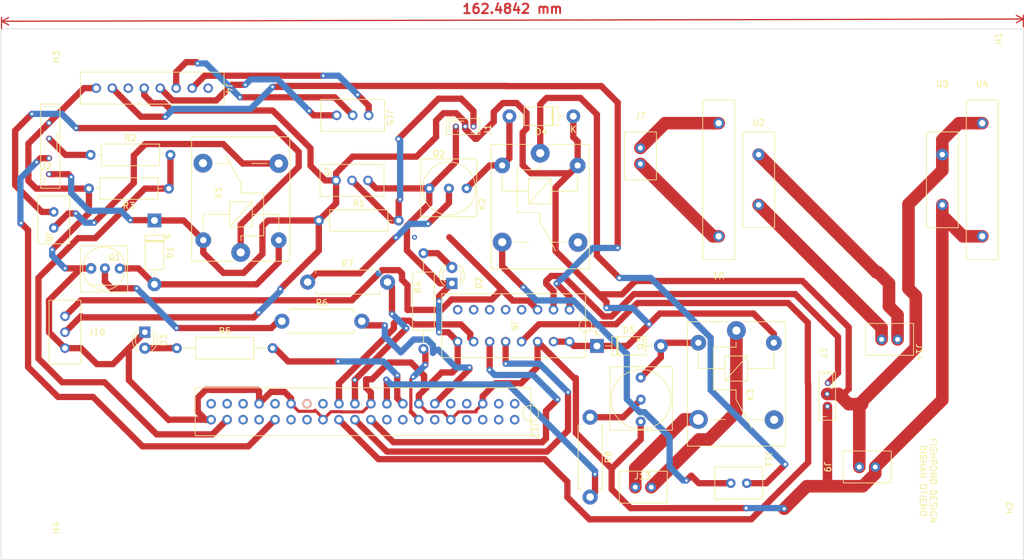
<source format=kicad_pcb>
(kicad_pcb (version 20211014) (generator pcbnew)
  (layers (0 "F.Cu" signal) (31 "B.Cu" power) (34 "B.Paste" user) (35 "F.Paste" user) (36 "B.SilkS" user "B.Silkscreen") (37 "F.SilkS" user "F.Silkscreen") (38 "B.Mask" user) (39 "F.Mask" user) (44 "Edge.Cuts" user))
  (net 0 "")
  (net 1 "+5V")
  (net 2 "Net-(D1-Pad2)")
  (net 3 "GND")
  (net 4 "Net-(D2-Pad2)")
  (net 5 "Net-(D3-Pad2)")
  (net 6 "Net-(D4-Pad2)")
  (net 7 "Net-(D5-Pad2)")
  (net 8 "GPIO04")
  (net 9 "GPIO06")
  (net 10 "Echo_Pin")
  (net 11 "VALUE_DO")
  (net 13 "Net-(J15-Pad1)")
  (net 14 "GPIO24")
  (net 15 "VALUE_PH")
  (net 21 "GPIO08(SPI0_CE0_N)")
  (net 22 "GPIO10(SPI0_MOSI)")
  (net 23 "GPIO9(SPI0_MISO)")
  (net 24 "GPIO11(SPI0_CLK)")
  (net 25 "Net-(J7-Pad1)")
  (net 26 "Net-(J7-Pad2)")
  (net 27 "Net-(J8-Pad1)")
  (net 28 "TDS_MOTORPIN")
  (net 29 "+3V3")
  (net 30 "Net-(J15-Pad2)")
  (net 34 "Net-(J15-Pad3)")
  (net 35 "GPIO27")
  (net 36 "GPIO23")
  (net 43 "GPIO26")
  (net 44 "Net-(J13-Pad1)")
  (net 48 "Net-(J14-Pad1)")
  (net 49 "Net-(J14-Pad2)")
  (net 51 "Net-(J8-Pad2)")
  (net 52 "Net-(J11-Pad2)")
  (net 53 "Net-(J13-Pad2)")
  (net 56 "GPIO18")
  (net 61 "Net-(J4-Pad7)")
  (net 65 "GPIO25")
  (net 68 "Net-(Q1-Pad2)")
  (net 69 "Net-(Q2-Pad2)")
  (net 70 "Net-(Q3-Pad2)")
  (footprint "MountingHole:MountingHole_2.5mm" (layer "F.Cu") (at 70.8936 131.236 -90)
    (fp_text reference "H4")
    (fp_text value "MountingHole")
  )
  (footprint "po_buck_rail:boost_rail" (layer "F.Cu") (at 215.2904 75.8106)
    (fp_text reference "U3")
    (fp_text value "po_booster")
  )
  (footprint "Relay_THT:Relay_SPDT_SANYOU_SRD_Series_Form_C" (layer "F.Cu") (at 103.7336 87.376 90)
    (fp_text reference "K1")
    (fp_text value "SANYOU_SRD_Form_C")
  )
  (footprint "Resistor_THT:R_Axial_DIN0309_L9.0mm_D3.2mm_P12.70mm_Horizontal" (layer "F.Cu") (at 92.3036 77.216 180)
    (fp_text reference "R3")
    (fp_text value "20K")
  )
  (footprint "Package_TO_SOT_THT:TO-92_Inline" (layer "F.Cu") (at 135.1407 77.1906)
    (fp_text reference "Q2")
    (fp_text value "2N3904")
  )
  (footprint "conn_pi3:con3_pin" (layer "F.Cu") (at 121.4374 75.9206 90)
    (fp_text reference "J5")
    (fp_text value "DS18B20")
  )
  (footprint "po_buck_rail:buck_rail" (layer "F.Cu") (at 179.7304 75.8106 180)
    (fp_text reference "U1")
    (fp_text value "po_rail")
  )
  (footprint "Package_TO_SOT_THT:TO-92_Inline" (layer "F.Cu") (at 80.8736 89.916)
    (fp_text reference "Q1")
    (fp_text value "2N3904")
  )
  (footprint "po_buck_rail:boost_rail" (layer "F.Cu") (at 186.0804 75.8106)
    (fp_text reference "U2")
    (fp_text value "po_booster")
  )
  (footprint "LED_THT:LED_D3.0mm" (layer "F.Cu") (at 88.4936 100.076 -90)
    (fp_text reference "D3")
    (fp_text value "LED")
  )
  (footprint "po_buck_rail:buck_rail" (layer "F.Cu") (at 221.6404 75.8106)
    (fp_text reference "U4")
    (fp_text value "po_rail")
  )
  (footprint "conn_pi3:conn_pi3_40pin" (layer "F.Cu") (at 134.5946 113.9952 -90)
    (fp_text reference "J12")
    (fp_text value "Conn_02x20_Odd_Even_MountingPin")
  )
  (footprint "Resistor_THT:R_Axial_DIN0309_L9.0mm_D3.2mm_P15.24mm_Horizontal" (layer "F.Cu") (at 93.5736 102.616)
    (fp_text reference "R5")
    (fp_text value "R")
  )
  (footprint "conn_pi3:con2_pin" (layer "F.Cu") (at 179.1142 124.1044 -90)
    (fp_text reference "J11")
    (fp_text value "Screw_Terminal_01x02")
  )
  (footprint "Resistor_THT:R_Axial_DIN0309_L9.0mm_D3.2mm_P12.70mm_Horizontal" (layer "F.Cu") (at 116.1542 82.296)
    (fp_text reference "R1")
    (fp_text value "10K")
  )
  (footprint "conn_pi3:con3_pin" (layer "F.Cu") (at 75.7936 100.076)
    (fp_text reference "J10")
    (fp_text value "pH sensor block")
  )
  (footprint "Relay_THT:Relay_SPDT_SANYOU_SRD_Series_Form_C" (layer "F.Cu") (at 182.5498 99.8056 -90)
    (fp_text reference "K3")
    (fp_text value "SANYOU_SRD_Form_C")
  )
  (footprint "MountingHole:MountingHole_2.5mm" (layer "F.Cu") (at 221.5896 56.236 -90)
    (fp_text reference "H1")
    (fp_text value "MountingHole")
  )
  (footprint "conn_pi3:con2_pin" (layer "F.Cu") (at 203.0918 101.219 -90)
    (fp_text reference "J14")
    (fp_text value "Conn_01x02")
  )
  (footprint "Resistor_THT:R_Axial_DIN0411_L9.9mm_D3.6mm_P12.70mm_Horizontal" (layer "F.Cu") (at 110.2868 98.3234)
    (fp_text reference "R6")
    (fp_text value "R")
  )
  (footprint "conn_pi3:con2_pin" (layer "F.Cu") (at 167.2844 75.8256)
    (fp_text reference "J7")
    (fp_text value "Screw_Terminal_01x02")
  )
  (footprint "conn_pi3:mcp3008_16" (layer "F.Cu") (at 148.3948 99.0346 -90)
    (fp_text reference "J6")
    (fp_text value "MCP_CONNECTOR")
  )
  (footprint "Connector_PinSocket_1.00mm:PinSocket_1x03_P1.00mm_Vertical" (layer "F.Cu") (at 196.7738 109.4994 180)
    (fp_text reference "J3")
    (fp_text value "Conn_01x03")
  )
  (footprint "conn_pi3:con2_pin" (layer "F.Cu") (at 163.9316 124.7394 -90)
    (fp_text reference "J13")
    (fp_text value "Screw_Terminal_01x02")
  )
  (footprint "Diode_THT:D_DO-41_SOD81_P10.16mm_Horizontal" (layer "F.Cu") (at 160.3756 102.2604)
    (fp_text reference "D5")
    (fp_text value "1N4001")
  )
  (footprint "conn_pi3:TDS_FOOT" (layer "F.Cu") (at 88.3936 61.236 -90)
    (fp_text reference "J4")
    (fp_text value "Screw_Terminal_01x08")
  )
  (footprint "Diode_THT:D_DO-41_SOD81_P10.16mm_Horizontal" (layer "F.Cu") (at 156.6164 65.7098 180)
    (fp_text reference "D4")
    (fp_text value "1N4001")
  )
  (footprint "Relay_THT:Relay_SPDT_SANYOU_SRD_Series_Form_C" (layer "F.Cu") (at 151.3586 71.5862 -90)
    (fp_text reference "K2")
    (fp_text value "SANYOU_SRD_Form_C")
  )
  (footprint "Resistor_THT:R_Axial_DIN0411_L9.9mm_D3.6mm_P12.70mm_Horizontal" (layer "F.Cu") (at 159.293057 113.604542 -90)
    (fp_text reference "R8")
    (fp_text value "R")
  )
  (footprint "Connector_PinSocket_1.00mm:PinSocket_1x03_P1.00mm_Vertical" (layer "F.Cu") (at 139.7254 67.5894 -90)
    (fp_text reference "J1")
    (fp_text value "DS18B20")
  )
  (footprint "Resistor_THT:R_Axial_DIN0411_L9.9mm_D3.6mm_P12.70mm_Horizontal" (layer "F.Cu") (at 114.3762 92.1004)
    (fp_text reference "R7")
    (fp_text value "R")
  )
  (footprint "conn_pi3:con3_pin" (layer "F.Cu") (at 121.539 65.5574 -90)
    (fp_text reference "J15")
    (fp_text value "Screw_Terminal_01x03")
  )
  (footprint "LED_THT:LED_D3.0mm" (layer "F.Cu") (at 137.3124 92.3036 90)
    (fp_text reference "D2")
    (fp_text value "LED")
  )
  (footprint "Package_TO_SOT_THT:TO-92_Inline" (layer "F.Cu") (at 167.3606 112.0648 90)
    (fp_text reference "Q3")
    (fp_text value "2N3904")
  )
  (footprint "Resistor_THT:R_Axial_DIN0309_L9.0mm_D3.2mm_P15.24mm_Horizontal" (layer "F.Cu") (at 132.7912 87.503 -90)
    (fp_text reference "R4")
    (fp_text value "R")
  )
  (footprint "conn_pi3:con2_pin" (layer "F.Cu") (at 74.0156 86.011)
    (fp_text reference "J8")
    (fp_text value "Screw_Terminal_01x02")
  )
  (footprint "Resistor_THT:R_Axial_DIN0309_L9.0mm_D3.2mm_P12.70mm_Horizontal" (layer "F.Cu") (at 79.8576 71.8566)
    (fp_text reference "R2")
    (fp_text value "10K")
  )
  (footprint "Diode_THT:D_DO-41_SOD81_P10.16mm_Horizontal" (layer "F.Cu") (at 90.0176 82.296 -90)
    (fp_text reference "D1")
    (fp_text value "1N4001")
  )
  (footprint "Connector_PinSocket_1.00mm:PinSocket_1x04_P1.00mm_Vertical" (layer "F.Cu") (at 73.2536 72.136 180)
    (fp_text reference "J2")
    (fp_text value "Ultra_Conn")
  )
  (footprint "conn_pi3:con2_pin" (layer "F.Cu") (at 207.169 121.5136 90)
    (fp_text reference "J9")
    (fp_text value "Screw_Terminal_01x02")
  )
  (footprint "MountingHole:MountingHole_2.5mm" (layer "F.Cu") (at 70.8936 56.236 -90)
    (fp_text reference "H3")
    (fp_text value "MountingHole")
  )
  (footprint "MountingHole:MountingHole_2.5mm" (layer "F.Cu") (at 222.5294 128.016 -90)
    (fp_text reference "H2")
    (fp_text value "MountingHole")
  )
  (gr_rect (start 228.1936 51.816) (end 65.6336 136.236) (layer "Edge.Cuts") (width 0.1) (fill none))
  (gr_text "FISHPOND DESIGN\nDISHAN OTIENO" (at 213.0298 123.698 -90) (layer "F.SilkS") (effects (font (size 1 1))))
  (dimension (type aligned) (layer "F.Cu") (pts (xy 65.7098 52.3494) (xy 228.1936 51.9938)) (height -1.7611) (gr_text "162.4842 mm" (at 146.943907 48.610508 0.1253930956) (layer "F.Cu") (effects (font (size 1.5 1.5) (thickness 0.3)))) (format (units 3) (units_format 1) (precision 4)) (style (thickness 0.2) (arrow_length 1.27) (text_position_mode 0) (extension_height 0.58642) (extension_offset 0.5) keep_text_aligned))
  (segment (start 89.662 63.627) (end 91.567 63.627) (width 1) (layer "F.Cu") (net 1))
  (segment (start 149.1742 65.1764) (end 149.1742 67.691) (width 1) (layer "F.Cu") (net 1))
  (segment (start 157.3086 69.7294) (end 157.3086 73.5362) (width 1) (layer "F.Cu") (net 1))
  (segment (start 117.1702 75.9206) (end 118.8974 75.9206) (width 1) (layer "F.Cu") (net 1))
  (segment (start 121.5136 72.136) (end 118.8974 74.7522) (width 1) (layer "F.Cu") (net 1))
  (segment (start 143.9672 65.0494) (end 145.415 63.6016) (width 1) (layer "F.Cu") (net 1))
  (segment (start 78.5114 97.7138) (end 105.8164 97.7138) (width 1) (layer "F.Cu") (net 1))
  (segment (start 88.3936 62.3586) (end 89.662 63.627) (width 1) (layer "F.Cu") (net 1))
  (segment (start 89.9668 82.2452) (end 90.0176 82.296) (width 1) (layer "F.Cu") (net 1))
  (segment (start 160.3756 102.2604) (end 156.7006 102.2604) (width 1) (layer "F.Cu") (net 1))
  (segment (start 165.2016 102.2604) (end 170.3578 97.1042) (width 1) (layer "F.Cu") (net 1))
  (segment (start 165.2016 102.2604) (end 168.656 98.806) (width 1) (layer "F.Cu") (net 1))
  (segment (start 116.1542 82.296) (end 116.1542 87.0966) (width 1) (layer "F.Cu") (net 1))
  (segment (start 141.2494 69.2912) (end 143.9672 66.5734) (width 1) (layer "F.Cu") (net 1))
  (segment (start 202.089 111.5248) (end 202.5462 111.5248) (width 2) (layer "F.Cu") (net 1))
  (segment (start 118.8974 79.5528) (end 116.1542 82.296) (width 1) (layer "F.Cu") (net 1))
  (segment (start 135.9662 65.2272) (end 134.7978 66.3956) (width 1) (layer "F.Cu") (net 1))
  (segment (start 78.3336 97.536) (end 78.5114 97.7138) (width 1) (layer "F.Cu") (net 1))
  (segment (start 149.1742 67.691) (end 148.5646 68.3006) (width 1) (layer "F.Cu") (net 1))
  (segment (start 202.089 111.5248) (end 211.074 102.5398) (width 2) (layer "F.Cu") (net 1))
  (segment (start 139.4206 67.3354) (end 139.4206 66.6496) (width 1) (layer "F.Cu") (net 1))
  (segment (start 157.3086 73.5362) (end 153.797 77.0478) (width 1) (layer "F.Cu") (net 1))
  (segment (start 149.868599 74.786199) (end 156.058601 74.786199) (width 1) (layer "F.Cu") (net 1))
  (segment (start 161.8996 95.25) (end 160.6931 94.0435) (width 1) (layer "F.Cu") (net 1))
  (segment (start 108.8136 64.7954) (end 114.8334 70.8152) (width 1) (layer "F.Cu") (net 1))
  (segment (start 160.3756 102.2604) (end 165.2016 102.2604) (width 1) (layer "F.Cu") (net 1))
  (segment (start 86.1822 82.2452) (end 89.9668 82.2452) (width 1) (layer "F.Cu") (net 1))
  (segment (start 91.567 63.627) (end 92.7354 64.7954) (width 1) (layer "F.Cu") (net 1))
  (segment (start 92.7354 64.7954) (end 108.8136 64.7954) (width 1) (layer "F.Cu") (net 1))
  (segment (start 118.8974 74.7522) (end 118.8974 75.9206) (width 1) (layer "F.Cu") (net 1))
  (segment (start 156.6164 69.0372) (end 157.3086 69.7294) (width 1) (layer "F.Cu") (net 1))
  (segment (start 107.188 87.63) (end 104.1908 90.6272) (width 1) (layer "F.Cu") (net 1))
  (segment (start 200.406 109.1184) (end 200.406 99.2886) (width 1) (layer "F.Cu") (net 1))
  (segment (start 105.8164 97.7138) (end 106.6038 96.9264) (width 1) (layer "F.Cu") (net 1))
  (segment (start 75.7936 100.076) (end 78.3336 97.536) (width 1) (layer "F.Cu") (net 1))
  (segment (start 209.9056 93.1418) (end 209.9056 79.7052) (width 2) (layer "F.Cu") (net 1))
  (segment (start 156.6164 65.7098) (end 156.6164 69.0372) (width 1) (layer "F.Cu") (net 1))
  (segment (start 116.1542 82.296) (end 108.077 82.296) (width 1) (layer "F.Cu") (net 1))
  (segment (start 97.7836 85.426) (end 97.7836 87.4204) (width 1) (layer "F.Cu") (net 1))
  (segment (start 215.2904 74.3204) (end 215.2904 71.8106) (width 2) (layer "F.Cu") (net 1))
  (segment (start 200.3994 111.5248) (end 198.7804 109.9058) (width 2) (layer "F.Cu") (net 1))
  (segment (start 153.797 77.0478) (end 153.797 87.1474) (width 1) (layer "F.Cu") (net 1))
  (segment (start 215.2904 69.4606) (end 217.9404 66.8106) (width 2) (layer "F.Cu") (net 1))
  (segment (start 148.5646 68.3006) (end 148.5646 73.4822) (width 1) (layer "F.Cu") (net 1))
  (segment (start 188.4998 100.3364) (end 188.4998 101.7556) (width 1) (layer "F.Cu") (net 1))
  (segment (start 107.188 83.185) (end 107.188 87.63) (width 1) (layer "F.Cu") (net 1))
  (segment (start 148.5646 73.4822) (end 149.868599 74.786199) (width 1) (layer "F.Cu") (net 1))
  (segment (start 199.1995 110.3249) (end 200.406 109.1184) (width 1) (layer "F.Cu") (net 1))
  (segment (start 217.9404 66.8106) (end 221.6404 66.8106) (width 2) (layer "F.Cu") (net 1))
  (segment (start 139.4206 67.710977) (end 141.000823 69.2912) (width 1) (layer "F.Cu") (net 1))
  (segment (start 153.4748 101.5746) (end 156.0148 101.5746) (width 1) (layer "F.Cu") (net 1))
  (segment (start 193.04 91.9226) (end 166.4716 91.9226) (width 1) (layer "F.Cu") (net 1))
  (segment (start 211.074 102.5398) (end 211.074 94.3102) (width 2) (layer "F.Cu") (net 1))
  (segment (start 164.3507 94.0435) (end 160.6931 94.0435) (width 1) (layer "F.Cu") (net 1))
  (segment (start 134.7978 69.0118) (end 131.6736 72.136) (width 1) (layer "F.Cu") (net 1))
  (segment (start 118.8974 75.9206) (end 118.8974 79.5528) (width 1) (layer "F.Cu") (net 1))
  (segment (start 100.9904 90.6272) (end 104.1908 90.6272) (width 1) (layer "F.Cu") (net 1))
  (segment (start 198.7804 109.9058) (end 199.1995 110.3249) (width 1) (layer "F.Cu") (net 1))
  (segment (start 211.074 94.3102) (end 209.9056 93.1418) (width 2) (layer "F.Cu") (net 1))
  (segment (start 94.6536 82.296) (end 97.7836 85.426) (width 1) (layer "F.Cu") (net 1))
  (segment (start 97.7836 87.4204) (end 100.9904 90.6272) (width 1) (layer "F.Cu") (net 1))
  (segment (start 134.7978 66.3956) (end 134.7978 69.0118) (width 1) (layer "F.Cu") (net 1))
  (segment (start 137.9982 65.2272) (end 135.9662 65.2272) (width 1) (layer "F.Cu") (net 1))
  (segment (start 185.2676 97.1042) (end 188.4998 100.3364) (width 1) (layer "F.Cu") (net 1))
  (segment (start 141.000823 69.2912) (end 141.2494 69.2912) (width 1) (layer "F.Cu") (net 1))
  (segment (start 114.8334 73.5838) (end 117.1702 75.9206) (width 1) (layer "F.Cu") (net 1))
  (segment (start 145.415 63.6016) (end 147.5994 63.6016) (width 1) (layer "F.Cu") (net 1))
  (segment (start 161.8996 96.2152) (end 161.8996 95.25) (width 1) (layer "F.Cu") (net 1))
  (segment (start 116.1542 87.0966) (end 110.0328 93.218) (width 1) (layer "F.Cu") (net 1))
  (segment (start 215.2904 71.8106) (end 215.2904 69.4606) (width 2) (layer "F.Cu") (net 1))
  (segment (start 139.4206 66.6496) (end 137.9982 65.2272) (width 1) (layer "F.Cu") (net 1))
  (segment (start 76.327 74.93) (end 76.7842 75.3872) (width 1) (layer "F.Cu") (net 1))
  (segment (start 156.7006 102.2604) (end 156.0148 101.5746) (width 1) (layer "F.Cu") (net 1))
  (segment (start 147.5994 63.6016) (end 149.1742 65.1764) (width 1) (layer "F.Cu") (net 1))
  (segment (start 196.977 109.9058) (end 198.7804 109.9058) (width 2) (layer "F.Cu") (net 1))
  (segment (start 202.089 111.5248) (end 202.089 121.5136) (width 2) (layer "F.Cu") (net 1))
  (segment (start 202.089 111.5248) (end 200.3994 111.5248) (width 2) (layer "F.Cu") (net 1))
  (segment (start 143.9672 66.5734) (end 143.9672 65.0494) (width 1) (layer "F.Cu") (net 1))
  (segment (start 156.058601 74.786199) (end 157.3086 73.5362) (width 1) (layer "F.Cu") (net 1))
  (segment (start 131.6736 72.136) (end 121.5136 72.136) (width 1) (layer "F.Cu") (net 1))
  (segment (start 170.3578 97.1042) (end 185.2676 97.1042) (width 1) (layer "F.Cu") (net 1))
  (segment (start 166.4716 91.9226) (end 164.3507 94.0435) (width 1) (layer "F.Cu") (net 1))
  (segment (start 90.0176 82.296) (end 94.6536 82.296) (width 1) (layer "F.Cu") (net 1))
  (segment (start 200.406 99.2886) (end 193.04 91.9226) (width 1) (layer "F.Cu") (net 1))
  (segment (start 139.4206 67.3354) (end 139.4206 67.710977) (width 1) (layer "F.Cu") (net 1))
  (segment (start 160.6931 94.0435) (end 155.0543 88.4047) (width 1) (layer "F.Cu") (net 1))
  (segment (start 114.8334 70.8152) (end 114.8334 72.517) (width 1) (layer "F.Cu") (net 1))
  (segment (start 88.3936 61.236) (end 88.3936 62.3586) (width 1) (layer "F.Cu") (net 1))
  (segment (start 73.2536 74.93) (end 76.327 74.93) (width 1) (layer "F.Cu") (net 1))
  (segment (start 209.9056 79.7052) (end 215.2904 74.3204) (width 2) (layer "F.Cu") (net 1))
  (segment (start 114.8334 72.517) (end 114.8334 73.5838) (width 1) (layer "F.Cu") (net 1))
  (segment (start 108.077 82.296) (end 107.188 83.185) (width 1) (layer "F.Cu") (net 1))
  (segment (start 153.797 87.1474) (end 155.0543 88.4047) (width 1) (layer "F.Cu") (net 1))
  (via (at 168.656 98.806) (size 1) (drill 0.5) (layers "F.Cu" "B.Cu") (net 1))
  (via (at 76.7842 75.3872) (size 0.8) (drill 0.4) (layers "F.Cu" "B.Cu") (net 1))
  (via (at 86.1822 82.2452) (size 0.8) (drill 0.4) (layers "F.Cu" "B.Cu") (net 1))
  (via (at 110.0328 93.218) (size 0.8) (drill 0.4) (layers "F.Cu" "B.Cu") (net 1))
  (via (at 106.6038 96.9264) (size 0.8) (drill 0.4) (layers "F.Cu" "B.Cu") (net 1))
  (via (at 161.8996 96.2152) (size 1) (drill 0.5) (layers "F.Cu" "B.Cu") (net 1))
  (segment (start 168.656 98.806) (end 166.0652 96.2152) (width 1) (layer "B.Cu") (net 1))
  (segment (start 76.7842 75.3872) (end 76.7842 77.9272) (width 1) (layer "B.Cu") (net 1))
  (segment (start 166.0652 96.2152) (end 161.8996 96.2152) (width 1) (layer "B.Cu") (net 1))
  (segment (start 110.0328 93.4974) (end 106.6038 96.9264) (width 1) (layer "B.Cu") (net 1))
  (segment (start 84.6836 80.7466) (end 86.1822 82.2452) (width 1) (layer "B.Cu") (net 1))
  (segment (start 76.7842 77.9272) (end 79.6036 80.7466) (width 1) (layer "B.Cu") (net 1))
  (segment (start 79.6036 80.7466) (end 84.6836 80.7466) (width 1) (layer "B.Cu") (net 1))
  (segment (start 110.0328 93.218) (end 110.0328 93.4974) (width 1) (layer "B.Cu") (net 1))
  (segment (start 90.0176 92.456) (end 106.2736 92.456) (width 1) (layer "F.Cu") (net 2))
  (segment (start 85.9282 89.9414) (end 85.9536 89.916) (width 1) (layer "F.Cu") (net 2))
  (segment (start 84.5058 89.9414) (end 85.9282 89.9414) (width 1) (layer "F.Cu") (net 2))
  (segment (start 106.2736 92.456) (end 109.7836 88.946) (width 1) (layer "F.Cu") (net 2))
  (segment (start 87.4776 89.916) (end 90.0176 92.456) (width 1) (layer "F.Cu") (net 2))
  (segment (start 85.9536 89.916) (end 87.4776 89.916) (width 1) (layer "F.Cu") (net 2))
  (segment (start 109.7836 88.946) (end 109.7836 85.426) (width 1) (layer "F.Cu") (net 2))
  (segment (start 142.2146 111.4552) (end 142.2146 110.2614) (width 1) (layer "F.Cu") (net 3))
  (segment (start 123.1392 112.7506) (end 124.4346 111.4552) (width 0.5) (layer "F.Cu") (net 3))
  (segment (start 106.6546 111.4552) (end 106.6546 109.4486) (width 1) (layer "F.Cu") (net 3))
  (segment (start 106.6546 109.4486) (end 106.4514 109.2454) (width 1) (layer "F.Cu") (net 3))
  (segment (start 136.098911 112.959511) (end 136.098911 112.776) (width 0.4) (layer "F.Cu") (net 3))
  (segment (start 78.3336 89.916) (end 79.9338 89.916) (width 1) (layer "F.Cu") (net 3))
  (segment (start 193.7258 124.587) (end 190.1444 128.1684) (width 2) (layer "F.Cu") (net 3))
  (segment (start 133.7183 77.1906) (end 125.2474 77.1906) (width 1) (layer "F.Cu") (net 3))
  (segment (start 204.629 121.5136) (end 204.629 122.59123) (width 2) (layer "F.Cu") (net 3))
  (segment (start 215.2904 110.8522) (end 204.629 121.5136) (width 2) (layer "F.Cu") (net 3))
  (segment (start 98.5266 113.9952) (end 99.0346 113.9952) (width 1) (layer "F.Cu") (net 3))
  (segment (start 125.2474 77.1906) (end 123.9774 75.9206) (width 1) (layer "F.Cu") (net 3))
  (segment (start 148.3106 108.204) (end 150.9348 105.5798) (width 1) (layer "F.Cu") (net 3))
  (segment (start 156.726 107.3658) (end 150.9348 101.5746) (width 1) (layer "F.Cu") (net 3))
  (segment (start 83.4136 105.156) (end 85.9536 102.616) (width 1) (layer "F.Cu") (net 3))
  (segment (start 133.2738 108.8898) (end 132.0546 110.109) (width 1) (layer "F.Cu") (net 3))
  (segment (start 130.16928 87.06048) (end 130.16928 83.16532) (width 1) (layer "F.Cu") (net 3))
  (segment (start 73.2536 94.996) (end 78.3336 89.916) (width 1) (layer "F.Cu") (net 3))
  (segment (start 132.8928 106.9848) (end 130.81 104.902) (width 1) (layer "F.Cu") (net 3))
  (segment (start 117.963311 112.846489) (end 116.8146 113.9952) (width 0.5) (layer "F.Cu") (net 3))
  (segment (start 132.0546 110.109) (end 132.0546 111.4552) (width 1) (layer "F.Cu") (net 3))
  (segment (start 119.7356 112.7506) (end 123.1392 112.7506) (width 0.5) (layer "F.Cu") (net 3))
  (segment (start 197.0278 111.887) (end 197.0278 123.4948) (width 1.5) (layer "F.Cu") (net 3))
  (segment (start 133.7183 79.6163) (end 133.7183 77.1906) (width 1) (layer "F.Cu") (net 3))
  (segment (start 215.2904 79.8106) (end 215.2904 81.5256) (width 1) (layer "F.Cu") (net 3))
  (segment (start 137.1346 113.9952) (end 138.3792 112.7506) (width 0.5) (layer "F.Cu") (net 3))
  (segment (start 215.2904 79.8106) (end 215.2904 110.8522) (width 2) (layer "F.Cu") (net 3))
  (segment (start 112.946111 112.666711) (end 111.7346 111.4552) (width 0.5) (layer "F.Cu") (net 3))
  (segment (start 136.7362 100.076) (end 138.2348 101.5746) (width 1) (layer "F.Cu") (net 3))
  (segment (start 197.0278 123.4948) (end 198.12 124.587) (width 1) (layer "F.Cu") (net 3))
  (segment (start 136.098911 112.776) (end 136.073511 112.7506) (width 0.5) (layer "F.Cu") (net 3))
  (segment (start 167.3352 117.1448) (end 162.7124 121.7676) (width 1) (layer "F.Cu") (net 3))
  (segment (start 141.1732 112.7506) (end 141.1732 112.4966) (width 0.5) (layer "F.Cu") (net 3))
  (segment (start 78.7942 61.236) (end 73.2536 66.7766) (width 1) (layer "F.Cu") (net 3))
  (segment (start 141.1732 112.4966) (end 142.2146 111.4552) (width 0.5) (layer "F.Cu") (net 3))
  (segment (start 85.9536 102.616) (end 85.9536 107.696) (width 1) (layer "F.Cu") (net 3))
  (segment (start 80.8736 105.156) (end 83.4136 105.156) (width 1) (layer "F.Cu") (net 3))
  (segment (start 130.81 104.902) (end 127.273978 104.902) (width 1) (layer "F.Cu") (net 3))
  (segment (start 142.2146 110.2614) (end 144.272 108.204) (width 1) (layer "F.Cu") (net 3))
  (segment (start 117.1194 114.046) (end 115.57 112.4966) (width 0.5) (layer "F.Cu") (net 3))
  (segment (start 98.171 113.9952) (end 98.5266 113.9952) (width 1) (layer "F.Cu") (net 3))
  (segment (start 115.399889 112.666711) (end 112.946111 112.666711) (width 0.5) (layer "F.Cu") (net 3))
  (segment (start 137.9474 67.3354) (end 137.9474 72.9615) (width 1) (layer "F.Cu") (net 3))
  (segment (start 132.3594 111.1504) (end 132.0546 111.4552) (width 0.7) (layer "F.Cu") (net 3))
  (segment (start 75.7936 89.916) (end 79.9338 89.916) (width 1) (layer "F.Cu") (net 3))
  (segment (start 162.7124 125.0696) (end 165.7096 128.0668) (width 1) (layer "F.Cu") (net 3))
  (segment (start 135.2804 94.3356) (end 135.2804 95.1484) (width 1) (layer "F.Cu") (net 3))
  (segment (start 133.35 112.7506) (end 132.0546 111.4552) (width 0.5) (layer "F.Cu") (net 3))
  (segment (start 165.7096 128.0668) (end 184.0992 128.0668) (width 1) (layer "F.Cu") (net 3))
  (segment (start 218.5754 84.8106) (end 221.6404 84.8106) (width 2) (layer "F.Cu") (net 3))
  (segment (start 123.6726 107.569) (end 123.6726 108.9152) (width 1) (layer "F.Cu") (net 3))
  (segment (start 79.6036 77.216) (end 71.2216 77.216) (width 1) (layer "F.Cu") (net 3))
  (segment (start 137.9474 72.9615) (end 133.7183 77.1906) (width 1) (layer "F.Cu") (net 3))
  (segment (start 137.3124 92.3036) (end 135.4124 92.3036) (width 1) (layer "F.Cu") (net 3))
  (segment (start 124.606978 107.569) (end 123.6726 107.569) (width 1) (layer "F.Cu") (net 3))
  (segment (start 202.63323 124.587) (end 198.12 124.587) (width 2) (layer "F.Cu") (net 3))
  (segment (start 92.3544 113.9952) (end 98.5266 113.9952) (width 1) (layer "F.Cu") (net 3))
  (segment (start 137.1346 113.9952) (end 136.098911 112.959511) (width 0.5) (layer "F.Cu") (net 3))
  (segment (start 104.4956 109.2454) (end 98.171 109.2454) (width 1) (layer "F.Cu") (net 3))
  (segment (start 78.3336 102.616) (end 80.8736 105.156) (width 1) (layer "F.Cu") (net 3))
  (segment (start 135.4124 92.3036) (end 130.16928 87.06048) (width 1) (layer "F.Cu") (net 3))
  (segment (start 71.2216 77.216) (end 69.977 75.9714) (width 1) (layer "F.Cu") (net 3))
  (segment (start 75.7936 102.616) (end 73.2536 100.076) (width 1) (layer "F.Cu") (net 3))
  (segment (start 96.901 112.7252) (end 96.901 110.5154) (width 1) (layer "F.Cu") (net 3))
  (segment (start 123.6726 108.9152) (end 124.4346 109.6772) (width 1) (layer "F.Cu") (net 3))
  (segment (start 132.8928 108.5088) (end 132.8928 106.9848) (width 1) (layer "F.Cu") (net 3))
  (segment (start 157.0228 107.3658) (end 156.726 107.3658) (width 1) (layer "F.Cu") (net 3))
  (segment (start 96.901 112.7252) (end 98.171 113.9952) (width 1) (layer "F.Cu") (net 3))
  (segment (start 79.6036 77.216) (end 79.6036 81.1022) (width 1) (layer "F.Cu") (net 3))
  (segment (start 137.38288 106.48252) (end 135.68108 106.48252) (width 1) (layer "F.Cu") (net 3))
  (segment (start 115.57 112.4966) (end 115.399889 112.666711) (width 0.5) (layer "F.Cu") (net 3))
  (segment (start 144.272 108.204) (end 148.3106 108.204) (width 1) (layer "F.Cu") (net 3))
  (segment (start 110.7186 109.5756) (end 111.7346 110.5916) (width 1) (layer "F.Cu") (net 3))
  (segment (start 85.9536 107.696) (end 92.3036 114.046) (width 1) (layer "F.Cu") (net 3))
  (segment (start 92.3036 114.046) (end 92.3544 113.9952) (width 1) (layer "F.Cu") (net 3))
  (segment (start 135.68108 106.48252) (end 133.2738 108.8898) (width 1) (layer "F.Cu") (net 3))
  (segment (start 119.7102 112.7252) (end 118.0846 112.7252) (width 0.5) (layer "F.Cu") (net 3))
  (segment (start 73.2536 100.076) (end 73.2536 94.996) (width 1) (layer "F.Cu") (net 3))
  (segment (start 111.7346 110.5916) (end 111.7346 111.4552) (width 1) (layer "F.Cu") (net 3))
  (segment (start 108.5342 109.5756) (end 110.7186 109.5756) (width 1) (layer "F.Cu") (net 3))
  (segment (start 137.3124 92.3036) (end 135.2804 94.3356) (width 1) (layer "F.Cu") (net 3))
  (segment (start 69.977 70.0532) (end 73.2536 66.7766) (width 1) (layer "F.Cu") (net 3))
  (segment (start 162.7124 121.7676) (end 162.687 121.7676) (width 1) (layer "F.Cu") (net 3))
  (segment (start 135.2804 100.076) (end 136.7362 100.076) (width 1) (layer "F.Cu") (net 3))
  (segment (start 150.9348 105.5798) (end 150.9348 101.5746) (width 1) (layer "F.Cu") (net 3))
  (segment (start 127.273978 104.902) (end 124.606978 107.569) (width 1) (layer "F.Cu") (net 3))
  (segment (start 136.073511 112.7506) (end 133.35 112.7506) (width 0.5) (layer "F.Cu") (net 3))
  (segment (start 96.901 110.5154) (end 98.171 109.2454) (width 1) (layer "F.Cu") (net 3))
  (segment (start 157.0228 116.1034) (end 157.0228 107.3658) (width 1) (layer "F.Cu") (net 3))
  (segment (start 80.7736 61.236) (end 78.7942 61.236) (width 1) (layer "F.Cu") (net 3))
  (segment (start 198.12 124.587) (end 193.7258 124.587) (width 2) (layer "F.Cu") (net 3))
  (segment (start 69.977 75.9714) (end 69.977 70.0532) (width 1) (layer "F.Cu") (net 3))
  (segment (start 138.3792 112.7506) (end 141.1732 112.7506) (width 0.5) (layer "F.Cu") (net 3))
  (segment (start 130.16928 83.16532) (end 133.7183 79.6163) (width 1) (layer "F.Cu") (net 3))
  (segment (start 133.2738 108.8898) (end 132.8928 108.5088) (width 1) (layer "F.Cu") (net 3))
  (segment (start 85.9536 102.616) (end 88.4936 100.076) (width 1) (layer "F.Cu") (net 3))
  (segment (start 75.7936 102.616) (end 78.3336 102.616) (width 1) (layer "F.Cu") (net 3))
  (segment (start 162.687 121.7676) (end 157.0228 116.1034) (width 1) (layer "F.Cu") (net 3))
  (segment (start 138.2348 105.6306) (end 137.38288 106.48252) (width 1) (layer "F.Cu") (net 3))
  (segment (start 99.17751 109.2454) (end 104.4956 109.2454) (width 1) (layer "F.Cu") (net 3))
  (segment (start 124.4346 109.6772) (end 124.4346 111.4552) (width 1) (layer "F.Cu") (net 3))
  (segment (start 79.6036 81.1022) (end 73.7616 86.9442) (width 1) (layer "F.Cu") (net 3))
  (segment (start 167.3352 114.3) (end 167.3352 117.1448) (width 1) (layer "F.Cu") (net 3))
  (segment (start 215.2904 81.5256) (end 218.5754 84.8106) (width 2) (layer "F.Cu") (net 3))
  (segment (start 106.4514 109.2454) (end 104.4956 109.2454) (width 1) (layer "F.Cu") (net 3))
  (segment (start 162.7124 121.7676) (end 162.7124 125.0696) (width 1) (layer "F.Cu") (net 3))
  (segment (start 118.0846 112.7252) (end 117.963311 112.846489) (width 0.3) (layer "F.Cu") (net 3))
  (segment (start 138.2348 101.5746) (end 138.2348 105.6306) (width 1) (layer "F.Cu") (net 3))
  (segment (start 204.629 122.59123) (end 202.63323 124.587) (width 2) (layer "F.Cu") (net 3))
  (segment (start 106.6546 111.4552) (end 108.5342 109.5756) (width 1) (layer "F.Cu") (net 3))
  (via (at 184.0992 128.0668) (size 1) (drill 0.5) (layers "F.Cu" "B.Cu") (net 3))
  (via (at 135.2804 95.1484) (size 1) (drill 0.5) (layers "F.Cu" "B.Cu") (net 3))
  (via (at 190.1444 128.1684) (size 1) (drill 0.5) (layers "F.Cu" "B.Cu") (net 3))
  (via (at 135.2804 100.076) (size 1) (drill 0.5) (layers "F.Cu" "B.Cu") (net 3))
  (via (at 73.7616 86.9442) (size 0.8) (drill 0.4) (layers "F.Cu" "B.Cu") (net 3))
  (via (at 75.7936 89.916) (size 0.8) (drill 0.4) (layers "F.Cu" "B.Cu") (net 3))
  (segment (start 73.7616 86.9442) (end 73.7616 87.884) (width 1) (layer "B.Cu") (net 3))
  (segment (start 190.0428 128.0668) (end 190.1444 128.1684) (width 1) (layer "B.Cu") (net 3))
  (segment (start 73.7616 87.884) (end 75.7936 89.916) (width 1) (layer "B.Cu") (net 3))
  (segment (start 135.2804 95.1484) (end 135.2804 100.076) (width 1) (layer "B.Cu") (net 3))
  (segment (start 184.0992 128.0668) (end 190.0428 128.0668) (width 1) (layer "B.Cu") (net 3))
  (segment (start 132.7912 87.503) (end 135.0518 87.503) (width 1) (layer "F.Cu") (net 4))
  (segment (start 135.0518 87.503) (end 137.3124 89.7636) (width 1) (layer "F.Cu") (net 4))
  (segment (start 93.5736 102.616) (end 88.4936 102.616) (width 1) (layer "F.Cu") (net 5))
  (segment (start 146.4564 72.3884) (end 145.3086 73.5362) (width 1) (layer "F.Cu") (net 6))
  (segment (start 143.3163 73.5362) (end 139.6619 77.1906) (width 1) (layer "F.Cu") (net 6))
  (segment (start 146.4564 65.7098) (end 146.4564 72.3884) (width 1) (layer "F.Cu") (net 6))
  (segment (start 145.3086 73.5362) (end 143.3163 73.5362) (width 1) (layer "F.Cu") (net 6))
  (segment (start 171.0404 101.7556) (end 170.5356 102.2604) (width 1) (layer "F.Cu") (net 7))
  (segment (start 176.4998 101.7556) (end 171.0404 101.7556) (width 1) (layer "F.Cu") (net 7))
  (segment (start 170.5356 104.0892) (end 167.3352 107.2896) (width 1) (layer "F.Cu") (net 7))
  (segment (start 170.5356 102.2604) (end 170.5356 104.0892) (width 1) (layer "F.Cu") (net 7))
  (segment (start 135.1788 62.9158) (end 138.7856 62.9158) (width 1) (layer "F.Cu") (net 8))
  (segment (start 134.224919 63.895081) (end 134.224919 63.869681) (width 0.3) (layer "F.Cu") (net 8))
  (segment (start 121.4374 75.9206) (end 127.8128 82.296) (width 1) (layer "F.Cu") (net 8))
  (segment (start 128.8542 79.1718) (end 129.0828 78.9432) (width 1) (layer "F.Cu") (net 8))
  (segment (start 134.224919 63.869681) (end 135.1788 62.9158) (width 1) (layer "F.Cu") (net 8))
  (segment (start 140.7414 64.8716) (end 140.7414 67.3354) (width 1) (layer "F.Cu") (net 8))
  (segment (start 127.8128 82.296) (end 128.8542 82.296) (width 1) (layer "F.Cu") (net 8))
  (segment (start 128.8034 69.3166) (end 134.224919 63.895081) (width 1) (layer "F.Cu") (net 8))
  (segment (start 128.8542 82.296) (end 128.8542 79.1718) (width 1) (layer "F.Cu") (net 8))
  (segment (start 138.7856 62.9158) (end 140.7414 64.8716) (width 1) (layer "F.Cu") (net 8))
  (via (at 128.8034 69.3166) (size 1) (drill 0.5) (layers "F.Cu" "B.Cu") (net 8))
  (via (at 129.0828 78.9432) (size 0.8) (drill 0.4) (layers "F.Cu" "B.Cu") (net 8))
  (segment (start 129.0828 78.9432) (end 129.0828 69.596) (width 1) (layer "B.Cu") (net 8))
  (segment (start 129.0828 69.596) (end 128.8034 69.3166) (width 1) (layer "B.Cu") (net 8))
  (segment (start 74.6887 110.3757) (end 69.9262 105.6132) (width 1) (layer "F.Cu") (net 9))
  (segment (start 69.9262 83.82) (end 68.8086 82.7024) (width 1) (layer "F.Cu") (net 9))
  (segment (start 104.9528 118.237) (end 88.1126 118.237) (width 1) (layer "F.Cu") (net 9))
  (segment (start 88.1126 118.237) (end 80.2513 110.3757) (width 1) (layer "F.Cu") (net 9))
  (segment (start 109.1946 113.9952) (end 104.9528 118.237) (width 1) (layer "F.Cu") (net 9))
  (segment (start 71.9074 72.39) (end 71.2724 73.025) (width 1) (layer "F.Cu") (net 9))
  (segment (start 73.2536 72.39) (end 71.9074 72.39) (width 1) (layer "F.Cu") (net 9))
  (segment (start 80.2513 110.3757) (end 74.6887 110.3757) (width 1) (layer "F.Cu") (net 9))
  (segment (start 69.9262 105.6132) (end 69.9262 83.82) (width 1) (layer "F.Cu") (net 9))
  (via (at 71.2724 73.025) (size 0.8) (drill 0.4) (layers "F.Cu" "B.Cu") (net 9))
  (via (at 68.8086 82.7024) (size 0.8) (drill 0.4) (layers "F.Cu" "B.Cu") (net 9))
  (segment (start 68.707 75.5904) (end 68.707 82.7786) (width 1) (layer "B.Cu") (net 9))
  (segment (start 71.2724 73.025) (end 68.707 75.5904) (width 1) (layer "B.Cu") (net 9))
  (segment (start 75.8698 71.8566) (end 73.279 69.2658) (width 1) (layer "F.Cu") (net 10))
  (segment (start 79.8576 71.8566) (end 75.8698 71.8566) (width 1) (layer "F.Cu") (net 10))
  (segment (start 153.4748 93.550778) (end 152.3238 92.399778) (width 1) (layer "F.Cu") (net 11))
  (segment (start 154.98508 91.12948) (end 161.417 97.5614) (width 1) (layer "F.Cu") (net 11))
  (segment (start 162.7124 97.5614) (end 166.2684 94.0054) (width 1) (layer "F.Cu") (net 11))
  (segment (start 198.7042 100.8126) (end 198.7042 106.553) (width 1) (layer "F.Cu") (net 11))
  (segment (start 166.2684 94.0054) (end 191.897 94.0054) (width 1) (layer "F.Cu") (net 11))
  (segment (start 152.3238 92.399778) (end 152.3238 91.8972) (width 1) (layer "F.Cu") (net 11))
  (segment (start 191.897 94.0054) (end 198.7042 100.8126) (width 1) (layer "F.Cu") (net 11))
  (segment (start 153.4748 96.4946) (end 153.4748 93.550778) (width 1) (layer "F.Cu") (net 11))
  (segment (start 198.7042 106.553) (end 197.0786 108.1786) (width 1) (layer "F.Cu") (net 11))
  (segment (start 152.3238 91.8972) (end 153.09152 91.12948) (width 1) (layer "F.Cu") (net 11))
  (segment (start 153.09152 91.12948) (end 154.98508 91.12948) (width 1) (layer "F.Cu") (net 11))
  (segment (start 161.417 97.5614) (end 162.7124 97.5614) (width 1) (layer "F.Cu") (net 11))
  (segment (start 116.8654 59.2582) (end 105.0798 59.2582) (width 1) (layer "F.Cu") (net 13))
  (segment (start 124.079 64.0334) (end 122.3264 62.2808) (width 1) (layer "F.Cu") (net 13))
  (segment (start 96.0136 61.236) (end 97.9914 59.2582) (width 1) (layer "F.Cu") (net 13))
  (segment (start 124.079 65.5574) (end 124.079 64.0334) (width 1) (layer "F.Cu") (net 13))
  (segment (start 97.9914 59.2582) (end 105.0798 59.2582) (width 1) (layer "F.Cu") (net 13))
  (via (at 122.3264 62.2808) (size 0.8) (drill 0.4) (layers "F.Cu" "B.Cu") (net 13))
  (via (at 116.8654 59.2582) (size 0.8) (drill 0.4) (layers "F.Cu" "B.Cu") (net 13))
  (segment (start 122.3264 62.2808) (end 119.3038 59.2582) (width 1) (layer "B.Cu") (net 13))
  (segment (start 119.3038 59.2582) (end 116.8654 59.2582) (width 1) (layer "B.Cu") (net 13))
  (segment (start 126.9746 107.7214) (end 126.873 107.6198) (width 1) (layer "F.Cu") (net 14))
  (segment (start 160.0708 125.5268) (end 159.3596 126.238) (width 1) (layer "F.Cu") (net 14))
  (segment (start 160.0708 122.6566) (end 160.0708 125.5268) (width 1) (layer "F.Cu") (net 14))
  (segment (start 126.9746 111.4552) (end 126.9746 107.7214) (width 1) (layer "F.Cu") (net 14))
  (via (at 126.873 107.6198) (size 0.8) (drill 0.4) (layers "F.Cu" "B.Cu") (net 14))
  (via (at 160.0708 122.6566) (size 0.8) (drill 0.4) (layers "F.Cu" "B.Cu") (net 14))
  (segment (start 160.0708 122.16451) (end 160.0708 122.6566) (width 1) (layer "B.Cu") (net 14))
  (segment (start 127.64072 108.38752) (end 146.29381 108.38752) (width 1) (layer "B.Cu") (net 14))
  (segment (start 126.873 107.6198) (end 127.64072 108.38752) (width 1) (layer "B.Cu") (net 14))
  (segment (start 146.29381 108.38752) (end 160.0708 122.16451) (width 1) (layer "B.Cu") (net 14))
  (segment (start 124.7648 91.6432) (end 121.412 94.996) (width 1) (layer "F.Cu") (net 15))
  (segment (start 128.859689 90.200889) (end 126.207111 90.200889) (width 1) (layer "F.Cu") (net 15))
  (segment (start 145.2245 93.2815) (end 146.976089 95.033089) (width 1) (layer "F.Cu") (net 15))
  (segment (start 130.2512 92.589085) (end 129.3876 91.725485) (width 1) (layer "F.Cu") (net 15))
  (segment (start 126.207111 90.200889) (end 124.7648 91.6432) (width 1) (layer "F.Cu") (net 15))
  (segment (start 129.3876 91.725485) (end 129.3876 90.7288) (width 1) (layer "F.Cu") (net 15))
  (segment (start 137.261897 94.86328) (end 135.605177 96.52) (width 1) (layer "F.Cu") (net 15))
  (segment (start 130.2512 96.52) (end 130.2512 92.589085) (width 1) (layer "F.Cu") (net 15))
  (segment (start 78.3336 94.996) (end 75.7936 97.536) (width 1) (layer "F.Cu") (net 15))
  (segment (start 145.2245 93.2815) (end 143.64272 94.86328) (width 1) (layer "F.Cu") (net 15))
  (segment (start 143.64272 94.86328) (end 137.261897 94.86328) (width 1) (layer "F.Cu") (net 15))
  (segment (start 135.605177 96.52) (end 130.2512 96.52) (width 1) (layer "F.Cu") (net 15))
  (segment (start 149.473289 95.033089) (end 150.9348 96.4946) (width 1) (layer "F.Cu") (net 15))
  (segment (start 136.906 84.963) (end 145.2245 93.2815) (width 1) (layer "F.Cu") (net 15))
  (segment (start 129.3876 90.7288) (end 128.859689 90.200889) (width 1) (layer "F.Cu") (net 15))
  (segment (start 146.976089 95.033089) (end 149.473289 95.033089) (width 1) (layer "F.Cu") (net 15))
  (segment (start 121.412 94.996) (end 78.3336 94.996) (width 1) (layer "F.Cu") (net 15))
  (segment (start 125.6538 90.7542) (end 124.7648 91.6432) (width 1) (layer "F.Cu") (net 15))
  (via (at 131.3688 84.963) (size 0.8) (drill 0.4) (layers "F.Cu" "B.Cu") (net 15))
  (segment (start 125.6538 90.678) (end 125.6538 90.7542) (width 1) (layer "B.Cu") (net 15))
  (segment (start 128.0922 99.4664) (end 128.0922 98.679) (width 1) (layer "F.Cu") (net 21))
  (segment (start 119.3546 108.204) (end 128.0922 99.4664) (width 1) (layer "F.Cu") (net 21))
  (segment (start 131.160177 98.8314) (end 138.7348 98.8314) (width 1) (layer "F.Cu") (net 21))
  (segment (start 130.570257 98.24148) (end 131.160177 98.8314) (width 1) (layer "F.Cu") (net 21))
  (segment (start 140.2334 101.0332) (end 140.7748 101.5746) (width 1) (layer "F.Cu") (net 21))
  (segment (start 128.0922 98.679) (end 128.52972 98.24148) (width 1) (layer "F.Cu") (net 21))
  (segment (start 138.7348 98.8314) (end 140.2334 100.33) (width 1) (layer "F.Cu") (net 21))
  (segment (start 119.3546 111.4552) (end 119.3546 108.204) (width 1) (layer "F.Cu") (net 21))
  (segment (start 140.2334 100.33) (end 140.2334 101.0332) (width 1) (layer "F.Cu") (net 21))
  (segment (start 128.52972 98.24148) (end 130.570257 98.24148) (width 1) (layer "F.Cu") (net 21))
  (segment (start 124.4346 113.9952) (end 128.016 117.5766) (width 1) (layer "F.Cu") (net 22))
  (segment (start 152.273 116.9924) (end 152.273 112.5982) (width 1) (layer "F.Cu") (net 22))
  (segment (start 128.016 117.5766) (end 151.6888 117.5766) (width 1) (layer "F.Cu") (net 22))
  (segment (start 143.3148 106.0624) (end 143.3068 106.0704) (width 1) (layer "F.Cu") (net 22))
  (segment (start 143.3148 101.5746) (end 143.3148 106.0624) (width 1) (layer "F.Cu") (net 22))
  (segment (start 152.273 112.5982) (end 154.1018 110.7694) (width 1) (layer "F.Cu") (net 22))
  (segment (start 151.6888 117.5766) (end 152.273 116.9924) (width 1) (layer "F.Cu") (net 22))
  (via (at 154.1018 110.7694) (size 0.8) (drill 0.4) (layers "F.Cu" "B.Cu") (net 22))
  (via (at 143.3068 106.0704) (size 0.8) (drill 0.4) (layers "F.Cu" "B.Cu") (net 22))
  (segment (start 143.3068 106.0704) (end 144.1196 106.8832) (width 1) (layer "B.Cu") (net 22))
  (segment (start 144.1196 106.8832) (end 150.2156 106.8832) (width 1) (layer "B.Cu") (net 22))
  (segment (start 150.2156 106.8832) (end 154.1018 110.7694) (width 1) (layer "B.Cu") (net 22))
  (segment (start 155.7782 115.7224) (end 155.7782 109.6264) (width 1) (layer "F.Cu") (net 23))
  (segment (start 152.4254 119.0752) (end 155.7782 115.7224) (width 1) (layer "F.Cu") (net 23))
  (segment (start 145.8548 105.0624) (end 145.8722 105.0798) (width 1) (layer "F.Cu") (net 23))
  (segment (start 121.8946 113.9952) (end 126.9746 119.0752) (width 1) (layer "F.Cu") (net 23))
  (segment (start 145.8548 101.5746) (end 145.8548 105.0624) (width 1) (layer "F.Cu") (net 23))
  (segment (start 126.9746 119.0752) (end 152.4254 119.0752) (width 1) (layer "F.Cu") (net 23))
  (via (at 155.7782 109.6264) (size 0.8) (drill 0.4) (layers "F.Cu" "B.Cu") (net 23))
  (via (at 145.8722 105.0798) (size 0.8) (drill 0.4) (layers "F.Cu" "B.Cu") (net 23))
  (segment (start 145.8722 105.0798) (end 151.2316 105.0798) (width 1) (layer "B.Cu") (net 23))
  (segment (start 151.2316 105.0798) (end 155.7782 109.6264) (width 1) (layer "B.Cu") (net 23))
  (segment (start 155.6766 123.8758) (end 155.6766 126.3396) (width 1) (layer "F.Cu") (net 24))
  (segment (start 184.912 129.8448) (end 193.9544 120.8024) (width 1) (layer "F.Cu") (net 24))
  (segment (start 193.9544 120.8024) (end 193.9544 108.3056) (width 1) (layer "F.Cu") (net 24))
  (segment (start 151.1634 98.806) (end 163.4236 98.806) (width 1) (layer "F.Cu") (net 24))
  (segment (start 148.3948 101.5746) (end 151.1634 98.806) (width 1) (layer "F.Cu") (net 24))
  (segment (start 159.1818 129.8448) (end 184.912 129.8448) (width 1) (layer "F.Cu") (net 24))
  (segment (start 152.07552 120.27472) (end 155.6766 123.8758) (width 1) (layer "F.Cu") (net 24))
  (segment (start 125.63412 120.27472) (end 152.07552 120.27472) (width 1) (layer "F.Cu") (net 24))
  (segment (start 190.7794 95.4278) (end 193.9036 98.552) (width 1) (layer "F.Cu") (net 24))
  (segment (start 163.4236 98.806) (end 166.8018 95.4278) (width 1) (layer "F.Cu") (net 24))
  (segment (start 166.8018 95.4278) (end 190.7794 95.4278) (width 1) (layer "F.Cu") (net 24))
  (segment (start 193.9036 98.552) (end 193.9036 108.2548) (width 1) (layer "F.Cu") (net 24))
  (segment (start 155.6766 126.3396) (end 159.1818 129.8448) (width 1) (layer "F.Cu") (net 24))
  (segment (start 119.3546 113.9952) (end 125.63412 120.27472) (width 1) (layer "F.Cu") (net 24))
  (segment (start 171.2194 66.8106) (end 167.2844 70.7456) (width 2) (layer "F.Cu") (net 25))
  (segment (start 179.7304 66.8106) (end 171.2194 66.8106) (width 2) (layer "F.Cu") (net 25))
  (segment (start 178.8094 84.8106) (end 179.7304 84.8106) (width 2) (layer "F.Cu") (net 26))
  (segment (start 167.2844 73.2856) (end 178.8094 84.8106) (width 2) (layer "F.Cu") (net 26))
  (segment (start 67.8688 67.9958) (end 70.5358 65.3288) (width 1) (layer "F.Cu") (net 27))
  (segment (start 109.1692 67.5894) (end 112.9538 71.374) (width 1) (layer "F.Cu") (net 27))
  (segment (start 72.1172 80.931) (end 67.8688 76.6826) (width 1) (layer "F.Cu") (net 27))
  (segment (start 103.7336 82.9564) (end 103.7336 87.376) (width 1) (layer "F.Cu") (net 27))
  (segment (start 77.5462 67.5894) (end 109.1692 67.5894) (width 1) (layer "F.Cu") (net 27))
  (segment (start 112.9538 73.7362) (end 103.7336 82.9564) (width 1) (layer "F.Cu") (net 27))
  (segment (start 74.0156 80.931) (end 72.1172 80.931) (width 1) (layer "F.Cu") (net 27))
  (segment (start 112.9538 71.374) (end 112.9538 73.7362) (width 1) (layer "F.Cu") (net 27))
  (segment (start 67.8688 76.6826) (end 67.8688 67.9958) (width 1) (layer "F.Cu") (net 27))
  (via (at 70.5358 65.3288) (size 0.8) (drill 0.4) (layers "F.Cu" "B.Cu") (net 27))
  (via (at 77.5462 67.5894) (size 0.8) (drill 0.4) (layers "F.Cu" "B.Cu") (net 27))
  (segment (start 70.5358 65.3288) (end 75.2856 65.3288) (width 1) (layer "B.Cu") (net 27))
  (segment (start 75.2856 65.3288) (end 77.5462 67.5894) (width 1) (layer "B.Cu") (net 27))
  (segment (start 160.36988 65.42468) (end 157.734 62.7888) (width 1) (layer "F.Cu") (net 28))
  (segment (start 163.9316 91.44) (end 160.36988 87.87828) (width 1) (layer "F.Cu") (net 28))
  (segment (start 184.1942 124.1044) (end 187.2996 124.1044) (width 1) (layer "F.Cu") (net 28))
  (segment (start 157.734 62.7888) (end 152.3746 62.7888) (width 1) (layer "F.Cu") (net 28))
  (segment (start 152.3746 62.7888) (end 151.3586 63.8048) (width 1) (layer "F.Cu") (net 28))
  (segment (start 151.3586 63.8048) (end 151.3586 71.5862) (width 1) (layer "F.Cu") (net 28))
  (segment (start 160.36988 87.87828) (end 160.36988 65.42468) (width 1) (layer "F.Cu") (net 28))
  (segment (start 187.2996 124.1044) (end 190.2968 121.1072) (width 1) (layer "F.Cu") (net 28))
  (via (at 190.2968 121.1072) (size 1) (drill 0.5) (layers "F.Cu" "B.Cu") (net 28))
  (via (at 163.9316 91.44) (size 1) (drill 0.5) (layers "F.Cu" "B.Cu") (net 28))
  (segment (start 178.4604 109.2708) (end 178.4604 100.959174) (width 1) (layer "B.Cu") (net 28))
  (segment (start 178.4604 100.959174) (end 168.941226 91.44) (width 1) (layer "B.Cu") (net 28))
  (segment (start 168.941226 91.44) (end 163.9316 91.44) (width 1) (layer "B.Cu") (net 28))
  (segment (start 190.2968 121.1072) (end 178.4604 109.2708) (width 1) (layer "B.Cu") (net 28))
  (segment (start 96.6724 57.0992) (end 96.8756 57.3024) (width 1) (layer "F.Cu") (net 30))
  (segment (start 95.0468 57.0992) (end 96.6724 57.0992) (width 1) (layer "F.Cu") (net 30))
  (segment (start 118.6688 62.6872) (end 103.6066 62.6872) (width 1) (layer "F.Cu") (net 30))
  (segment (start 121.539 65.5574) (end 118.6688 62.6872) (width 1) (layer "F.Cu") (net 30))
  (segment (start 93.4736 58.6724) (end 95.0468 57.0992) (width 1) (layer "F.Cu") (net 30))
  (segment (start 93.4736 61.236) (end 93.4736 58.6724) (width 1) (layer "F.Cu") (net 30))
  (via (at 103.6066 62.6872) (size 0.8) (drill 0.4) (layers "F.Cu" "B.Cu") (net 30))
  (via (at 96.8756 57.3024) (size 0.8) (drill 0.4) (layers "F.Cu" "B.Cu") (net 30))
  (segment (start 103.6066 62.6872) (end 98.2218 57.3024) (width 1) (layer "B.Cu") (net 30))
  (segment (start 98.2218 57.3024) (end 96.8756 57.3024) (width 1) (layer "B.Cu") (net 30))
  (segment (start 90.9336 61.236) (end 92.881657 63.184057) (width 1) (layer "F.Cu") (net 34))
  (segment (start 104.4702 60.706) (end 102.339714 60.706) (width 1) (layer "F.Cu") (net 34))
  (segment (start 118.999 65.5574) (end 115.316 65.5574) (width 1) (layer "F.Cu") (net 34))
  (segment (start 102.339714 60.706) (end 99.861657 63.184057) (width 1) (layer "F.Cu") (net 34))
  (segment (start 115.316 65.5574) (end 114.6048 64.8462) (width 1) (layer "F.Cu") (net 34))
  (segment (start 92.881657 63.184057) (end 99.861657 63.184057) (width 1) (layer "F.Cu") (net 34))
  (via (at 114.6048 64.8462) (size 0.8) (drill 0.4) (layers "F.Cu" "B.Cu") (net 34))
  (via (at 104.4702 60.706) (size 0.8) (drill 0.4) (layers "F.Cu" "B.Cu") (net 34))
  (segment (start 114.6048 64.8462) (end 109.59528 59.83668) (width 1) (layer "B.Cu") (net 34))
  (segment (start 109.59528 59.83668) (end 105.33952 59.83668) (width 1) (layer "B.Cu") (net 34))
  (segment (start 105.33952 59.83668) (end 104.4702 60.706) (width 1) (layer "B.Cu") (net 34))
  (segment (start 133.096 103.0478) (end 132.7912 102.743) (width 0.3) (layer "F.Cu") (net 35))
  (segment (start 130.7846 112.7252) (end 132.0546 113.9952) (width 0.7) (layer "F.Cu") (net 35))
  (segment (start 130.7846 107.569) (end 131.1656 107.188) (width 0.5) (layer "F.Cu") (net 35))
  (segment (start 130.7846 107.569) (end 130.7846 112.7252) (width 0.5) (layer "F.Cu") (net 35))
  (segment (start 133.096 105.283) (end 133.096 103.0478) (width 1) (layer "F.Cu") (net 35))
  (via (at 133.096 105.283) (size 0.8) (drill 0.4) (layers "F.Cu" "B.Cu") (net 35))
  (via (at 131.1656 107.188) (size 0.8) (drill 0.4) (layers "F.Cu" "B.Cu") (net 35))
  (segment (start 131.1656 107.188) (end 133.0706 105.283) (width 1) (layer "B.Cu") (net 35))
  (segment (start 133.0706 105.283) (end 133.096 105.283) (width 0.3) (layer "B.Cu") (net 35))
  (segment (start 128.6256 110.5662) (end 129.5146 111.4552) (width 1) (layer "F.Cu") (net 36))
  (segment (start 111.2774 104.7242) (end 109.1692 102.616) (width 1) (layer "F.Cu") (net 36))
  (segment (start 108.8136 102.616) (end 109.1692 102.616) (width 1) (layer "F.Cu") (net 36))
  (segment (start 119.2276 104.7242) (end 111.2774 104.7242) (width 1) (layer "F.Cu") (net 36))
  (segment (start 128.6256 106.934) (end 128.6256 110.5662) (width 1) (layer "F.Cu") (net 36))
  (via (at 128.6256 106.934) (size 0.8) (drill 0.4) (layers "F.Cu" "B.Cu") (net 36))
  (via (at 119.2276 104.7242) (size 0.8) (drill 0.4) (layers "F.Cu" "B.Cu") (net 36))
  (segment (start 128.6256 106.934) (end 126.4158 104.7242) (width 1) (layer "B.Cu") (net 36))
  (segment (start 126.4158 104.7242) (end 119.2276 104.7242) (width 1) (layer "B.Cu") (net 36))
  (segment (start 88.4936 77.216) (end 80.5942 85.1154) (width 1) (layer "F.Cu") (net 43))
  (segment (start 99.2378 116.332) (end 101.5746 113.9952) (width 1) (layer "F.Cu") (net 43))
  (segment (start 77.8764 85.1154) (end 71.5772 91.4146) (width 1) (layer "F.Cu") (net 43))
  (segment (start 90.3732 116.332) (end 99.2378 116.332) (width 1) (layer "F.Cu") (net 43))
  (segment (start 75.3491 108.0389) (end 82.0801 108.0389) (width 1) (layer "F.Cu") (net 43))
  (segment (start 71.5772 91.4146) (end 71.5772 104.267) (width 1) (layer "F.Cu") (net 43))
  (segment (start 92.5576 76.962) (end 92.3036 77.216) (width 1) (layer "F.Cu") (net 43))
  (segment (start 92.3036 77.216) (end 88.4936 77.216) (width 1) (layer "F.Cu") (net 43))
  (segment (start 92.5576 71.8566) (end 92.5576 76.962) (width 1) (layer "F.Cu") (net 43))
  (segment (start 82.0801 108.0389) (end 90.3732 116.332) (width 1) (layer "F.Cu") (net 43))
  (segment (start 80.5942 85.1154) (end 77.8764 85.1154) (width 1) (layer "F.Cu") (net 43))
  (segment (start 71.5772 104.267) (end 75.3491 108.0389) (width 1) (layer "F.Cu") (net 43))
  (segment (start 178.1556 117.1448) (end 182.5498 112.7506) (width 2) (layer "F.Cu") (net 44))
  (segment (start 182.5498 112.7506) (end 182.5498 99.8056) (width 2) (layer "F.Cu") (net 44))
  (segment (start 169.0116 124.7394) (end 176.6062 117.1448) (width 2) (layer "F.Cu") (net 44))
  (segment (start 176.6062 117.1448) (end 178.1556 117.1448) (width 2) (layer "F.Cu") (net 44))
  (segment (start 205.0524 90.5492) (end 206.8068 92.3036) (width 2) (layer "F.Cu") (net 48))
  (segment (start 206.8068 95.9612) (end 208.1718 97.3262) (width 2) (layer "F.Cu") (net 48))
  (segment (start 206.8068 92.3036) (end 206.8068 95.9612) (width 2) (layer "F.Cu") (net 48))
  (segment (start 204.819 90.5492) (end 205.0524 90.5492) (width 2) (layer "F.Cu") (net 48))
  (segment (start 186.0804 71.8106) (end 204.819 90.5492) (width 2) (layer "F.Cu") (net 48))
  (segment (start 208.1718 97.3262) (end 208.1718 101.219) (width 2) (layer "F.Cu") (net 48))
  (segment (start 205.6318 99.362) (end 205.6318 101.219) (width 2) (layer "F.Cu") (net 49))
  (segment (start 186.0804 79.8106) (end 205.6318 99.362) (width 2) (layer "F.Cu") (net 49))
  (segment (start 76.3082 81.1784) (end 74.0156 83.471) (width 1) (layer "F.Cu") (net 51))
  (segment (start 77.5208 81.1784) (end 76.3082 81.1784) (width 1) (layer "F.Cu") (net 51))
  (segment (start 86.741 71.9582) (end 88.5698 70.1294) (width 1) (layer "F.Cu") (net 51))
  (segment (start 104.044222 73.226) (end 109.7836 73.226) (width 1) (layer "F.Cu") (net 51))
  (segment (start 86.741 76.327) (end 86.741 71.9582) (width 1) (layer "F.Cu") (net 51))
  (segment (start 100.947622 70.1294) (end 104.044222 73.226) (width 1) (layer "F.Cu") (net 51))
  (segment (start 80.4164 82.6516) (end 86.741 76.327) (width 1) (layer "F.Cu") (net 51))
  (segment (start 88.5698 70.1294) (end 100.947622 70.1294) (width 1) (layer "F.Cu") (net 51))
  (via (at 80.4164 82.6516) (size 0.8) (drill 0.4) (layers "F.Cu" "B.Cu") (net 51))
  (via (at 77.5208 81.1784) (size 0.8) (drill 0.4) (layers "F.Cu" "B.Cu") (net 51))
  (segment (start 80.4164 82.6516) (end 78.994 82.6516) (width 1) (layer "B.Cu") (net 51))
  (segment (start 78.994 82.6516) (end 77.5208 81.1784) (width 1) (layer "B.Cu") (net 51))
  (segment (start 174.5996 123.6726) (end 175.36732 122.90488) (width 1) (layer "F.Cu") (net 52))
  (segment (start 145.3086 85.7362) (end 145.3086 89.581) (width 1) (layer "F.Cu") (net 52))
  (segment (start 145.3086 89.581) (end 148.6662 92.9386) (width 1) (layer "F.Cu") (net 52))
  (segment (start 175.36732 122.90488) (end 176.56684 124.1044) (width 1) (layer "F.Cu") (net 52))
  (segment (start 176.56684 124.1044) (end 181.6542 124.1044) (width 1) (layer "F.Cu") (net 52))
  (via (at 148.6662 92.9386) (size 0.8) (drill 0.4) (layers "F.Cu" "B.Cu") (net 52))
  (via (at 174.5996 123.6726) (size 0.8) (drill 0.4) (layers "F.Cu" "B.Cu") (net 52))
  (segment (start 165.1254 103.522754) (end 165.1254 110.7186) (width 1) (layer "B.Cu") (net 52))
  (segment (start 167.207289 112.800489) (end 167.956319 112.800489) (width 1) (layer "B.Cu") (net 52))
  (segment (start 150.760689 95.033089) (end 150.771689 95.022089) (width 1) (layer "B.Cu") (net 52))
  (segment (start 167.956319 112.800489) (end 171.92688 116.77105) (width 1) (layer "B.Cu") (net 52))
  (segment (start 171.92688 116.77105) (end 171.92688 121.502457) (width 1) (layer "B.Cu") (net 52))
  (segment (start 165.1254 110.7186) (end 167.207289 112.800489) (width 1) (layer "B.Cu") (net 52))
  (segment (start 156.624735 95.022089) (end 165.1254 103.522754) (width 1) (layer "B.Cu") (net 52))
  (segment (start 174.097023 123.6726) (end 174.5996 123.6726) (width 1) (layer "B.Cu") (net 52))
  (segment (start 171.92688 121.502457) (end 174.097023 123.6726) (width 1) (layer "B.Cu") (net 52))
  (segment (start 150.771689 95.022089) (end 156.624735 95.022089) (width 1) (layer "B.Cu") (net 52))
  (segment (start 148.6662 92.9386) (end 150.760689 95.033089) (width 1) (layer "B.Cu") (net 52))
  (segment (start 174.2328 113.9556) (end 166.4716 121.7168) (width 2) (layer "F.Cu") (net 53))
  (segment (start 166.4716 121.7168) (end 166.4716 124.7394) (width 2) (layer "F.Cu") (net 53))
  (segment (start 176.4998 113.9556) (end 174.2328 113.9556) (width 2) (layer "F.Cu") (net 53))
  (segment (start 134.5946 111.4552) (end 140.1064 105.9434) (width 1) (layer "F.Cu") (net 56))
  (segment (start 126.6444 98.9838) (end 123.0884 98.9838) (width 1) (layer "F.Cu") (net 56))
  (segment (start 140.1064 105.9434) (end 140.1064 105.6894) (width 1) (layer "F.Cu") (net 56))
  (segment (start 123.0884 98.9838) (end 122.4026 98.298) (width 1) (layer "F.Cu") (net 56))
  (via (at 140.1064 105.6894) (size 0.8) (drill 0.4) (layers "F.Cu" "B.Cu") (net 56))
  (via (at 126.6444 98.9838) (size 0.8) (drill 0.4) (layers "F.Cu" "B.Cu") (net 56))
  (segment (start 133.412319 101.243489) (end 131.217311 101.243489) (width 1) (layer "B.Cu") (net 56))
  (segment (start 135.1534 102.87) (end 134.78483 102.87) (width 1) (layer "B.Cu") (net 56))
  (segment (start 134.290711 102.121881) (end 133.412319 101.243489) (width 1) (layer "B.Cu") (net 56))
  (segment (start 134.78483 102.87) (end 134.290711 103.364119) (width 1) (layer "B.Cu") (net 56))
  (segment (start 131.217311 101.243489) (end 129.1844 103.2764) (width 1) (layer "B.Cu") (net 56))
  (segment (start 134.290711 103.364119) (end 134.290711 102.121881) (width 1) (layer "B.Cu") (net 56))
  (segment (start 140.1064 105.6894) (end 137.9728 105.6894) (width 1) (layer "B.Cu") (net 56))
  (segment (start 129.1844 103.2764) (end 126.6444 100.7364) (width 1) (layer "B.Cu") (net 56))
  (segment (start 126.6444 100.7364) (end 126.6444 98.9838) (width 1) (layer "B.Cu") (net 56))
  (segment (start 137.9728 105.6894) (end 135.1534 102.87) (width 1) (layer "B.Cu") (net 56))
  (segment (start 110.5662 60.8838) (end 145.994378 60.8838) (width 1) (layer "F.Cu") (net 61))
  (segment (start 83.3136 61.236) (end 87.8636 65.786) (width 1) (layer "F.Cu") (net 61))
  (segment (start 163.6776 63.5254) (end 163.6776 86.6648) (width 1) (layer "F.Cu") (net 61))
  (segment (start 108.7882 61.0362) (end 110.4138 61.0362) (width 1) (layer "F.Cu") (net 61))
  (segment (start 87.8636 65.786) (end 91.7194 65.786) (width 1) (layer "F.Cu") (net 61))
  (segment (start 145.994378 60.8838) (end 146.019778 60.9092) (width 1) (layer "F.Cu") (net 61))
  (segment (start 110.4138 61.0362) (end 110.5662 60.8838) (width 1) (layer "F.Cu") (net 61))
  (segment (start 146.019778 60.9092) (end 161.0614 60.9092) (width 1) (layer "F.Cu") (net 61))
  (segment (start 156.0148 94.3944) (end 156.0148 96.4946) (width 1) (layer "F.Cu") (net 61))
  (segment (start 91.7194 65.786) (end 91.7448 65.8114) (width 1) (layer "F.Cu") (net 61))
  (segment (start 161.0614 60.9092) (end 163.6776 63.5254) (width 1) (layer "F.Cu") (net 61))
  (segment (start 153.9494 92.329) (end 156.0148 94.3944) (width 1) (layer "F.Cu") (net 61))
  (via (at 153.9494 92.329) (size 0.8) (drill 0.4) (layers "F.Cu" "B.Cu") (net 61))
  (via (at 91.7448 65.8114) (size 0.8) (drill 0.4) (layers "F.Cu" "B.Cu") (net 61))
  (via (at 163.6776 86.6648) (size 0.8) (drill 0.4) (layers "F.Cu" "B.Cu") (net 61))
  (via (at 108.7882 61.0362) (size 0.8) (drill 0.4) (layers "F.Cu" "B.Cu") (net 61))
  (segment (start 105.283 64.5414) (end 108.7882 61.0362) (width 1) (layer "B.Cu") (net 61))
  (segment (start 163.6776 86.6648) (end 159.73488 86.6648) (width 1) (layer "B.Cu") (net 61))
  (segment (start 93.0148 64.5414) (end 105.283 64.5414) (width 1) (layer "B.Cu") (net 61))
  (segment (start 159.73488 86.6648) (end 154.8638 91.53588) (width 1) (layer "B.Cu") (net 61))
  (segment (start 154.8638 91.53588) (end 154.74252 91.53588) (width 1) (layer "B.Cu") (net 61))
  (segment (start 154.74252 91.53588) (end 153.9494 92.329) (width 1) (layer "B.Cu") (net 61))
  (segment (start 91.7448 65.8114) (end 93.0148 64.5414) (width 1) (layer "B.Cu") (net 61))
  (segment (start 130.0734 99.4664) (end 130.0734 99.441) (width 1) (layer "F.Cu") (net 65))
  (segment (start 127.7874 92.8116) (end 127.0762 92.1004) (width 1) (layer "F.Cu") (net 65))
  (segment (start 121.8946 107.696) (end 121.8692 107.6706) (width 1) (layer "F.Cu") (net 65))
  (segment (start 121.8946 111.4552) (end 121.8946 107.696) (width 1) (layer "F.Cu") (net 65))
  (segment (start 121.8692 107.6706) (end 130.0734 99.4664) (width 1) (layer "F.Cu") (net 65))
  (segment (start 127.7874 97.155) (end 127.7874 92.8116) (width 1) (layer "F.Cu") (net 65))
  (via (at 127.7874 97.155) (size 0.8) (drill 0.4) (layers "F.Cu" "B.Cu") (net 65))
  (via (at 130.0734 99.441) (size 0.8) (drill 0.4) (layers "F.Cu" "B.Cu") (net 65))
  (via (at 121.8692 107.6706) (size 0.8) (drill 0.4) (layers "F.Cu" "B.Cu") (net 65))
  (segment (start 130.0734 99.441) (end 127.7874 97.155) (width 1) (layer "B.Cu") (net 65))
  (segment (start 83.2104 93.091) (end 82.1436 92.0242) (width 1) (layer "F.Cu") (net 68))
  (segment (start 109.7026 98.298) (end 108.585 99.4156) (width 1) (layer "F.Cu") (net 68))
  (segment (start 87.1982 93.091) (end 83.2104 93.091) (width 1) (layer "F.Cu") (net 68))
  (segment (start 108.585 99.4156) (end 93.5228 99.4156) (width 1) (layer "F.Cu") (net 68))
  (segment (start 82.1436 92.0242) (end 82.1436 89.916) (width 1) (layer "F.Cu") (net 68))
  (via (at 93.5228 99.4156) (size 0.8) (drill 0.4) (layers "F.Cu" "B.Cu") (net 68))
  (via (at 87.1982 93.091) (size 0.8) (drill 0.4) (layers "F.Cu" "B.Cu") (net 68))
  (segment (start 93.5228 99.4156) (end 87.1982 93.091) (width 1) (layer "B.Cu") (net 68))
  (segment (start 114.3762 92.1004) (end 115.7732 90.7034) (width 1) (layer "F.Cu") (net 69))
  (segment (start 133.5278 82.8294) (end 136.8425 79.5147) (width 1) (layer "F.Cu") (net 69))
  (segment (start 128.3462 85.0138) (end 128.4224 85.0138) (width 1) (layer "F.Cu") (net 69))
  (segment (start 136.8425 77.1906) (end 136.8425 76.7461) (width 0.5) (layer "F.Cu") (net 69))
  (segment (start 115.7732 90.7034) (end 122.6566 90.7034) (width 1) (layer "F.Cu") (net 69))
  (segment (start 122.6566 90.7034) (end 128.3462 85.0138) (width 1) (layer "F.Cu") (net 69))
  (segment (start 136.8425 79.5147) (end 136.8425 77.1906) (width 1) (layer "F.Cu") (net 69))
  (via (at 133.5278 82.8294) (size 0.8) (drill 0.4) (layers "F.Cu" "B.Cu") (net 69))
  (via (at 128.4224 85.0138) (size 0.8) (drill 0.4) (layers "F.Cu" "B.Cu") (net 69))
  (segment (start 130.6068 82.8294) (end 133.5278 82.8294) (width 1) (layer "B.Cu") (net 69))
  (segment (start 128.4224 85.0138) (end 130.6068 82.8294) (width 1) (layer "B.Cu") (net 69))
  (segment (start 159.293057 113.604542) (end 164.550858 113.604542) (width 1) (layer "F.Cu") (net 70))
  (segment (start 164.550858 113.604542) (end 167.3606 110.7948) (width 1) (layer "F.Cu") (net 70))
)
</source>
